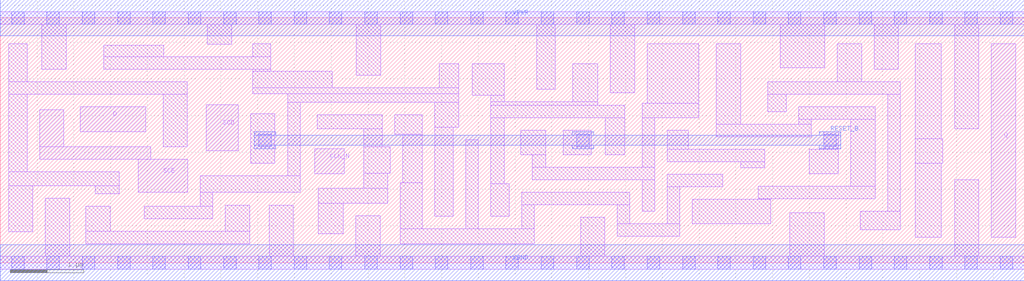
<source format=lef>
# Copyright 2020 The SkyWater PDK Authors
#
# Licensed under the Apache License, Version 2.0 (the "License");
# you may not use this file except in compliance with the License.
# You may obtain a copy of the License at
#
#     https://www.apache.org/licenses/LICENSE-2.0
#
# Unless required by applicable law or agreed to in writing, software
# distributed under the License is distributed on an "AS IS" BASIS,
# WITHOUT WARRANTIES OR CONDITIONS OF ANY KIND, either express or implied.
# See the License for the specific language governing permissions and
# limitations under the License.
#
# SPDX-License-Identifier: Apache-2.0

VERSION 5.7 ;
  NAMESCASESENSITIVE ON ;
  NOWIREEXTENSIONATPIN ON ;
  DIVIDERCHAR "/" ;
  BUSBITCHARS "[]" ;
UNITS
  DATABASE MICRONS 200 ;
END UNITS
MACRO sky130_fd_sc_ms__sdfrtn_1
  CLASS CORE ;
  FOREIGN sky130_fd_sc_ms__sdfrtn_1 ;
  ORIGIN  0.000000  0.000000 ;
  SIZE  13.92000 BY  3.330000 ;
  SYMMETRY X Y R90 ;
  SITE unit ;
  PIN D
    ANTENNAGATEAREA  0.178200 ;
    DIRECTION INPUT ;
    USE SIGNAL ;
    PORT
      LAYER li1 ;
        RECT 1.085000 1.780000 1.980000 2.120000 ;
    END
  END D
  PIN Q
    ANTENNADIFFAREA  0.530100 ;
    DIRECTION OUTPUT ;
    USE SIGNAL ;
    PORT
      LAYER li1 ;
        RECT 13.475000 0.350000 13.805000 2.980000 ;
    END
  END Q
  PIN RESET_B
    ANTENNAGATEAREA  0.455400 ;
    DIRECTION INPUT ;
    USE SIGNAL ;
    PORT
      LAYER met1 ;
        RECT  3.455000 1.550000  3.745000 1.595000 ;
        RECT  3.455000 1.595000 11.425000 1.735000 ;
        RECT  3.455000 1.735000  3.745000 1.780000 ;
        RECT  7.775000 1.550000  8.065000 1.595000 ;
        RECT  7.775000 1.735000  8.065000 1.780000 ;
        RECT 11.135000 1.550000 11.425000 1.595000 ;
        RECT 11.135000 1.735000 11.425000 1.780000 ;
    END
  END RESET_B
  PIN SCD
    ANTENNAGATEAREA  0.178200 ;
    DIRECTION INPUT ;
    USE SIGNAL ;
    PORT
      LAYER li1 ;
        RECT 2.800000 1.525000 3.235000 2.150000 ;
    END
  END SCD
  PIN SCE
    ANTENNAGATEAREA  0.356400 ;
    DIRECTION INPUT ;
    USE SIGNAL ;
    PORT
      LAYER li1 ;
        RECT 0.535000 1.410000 2.045000 1.580000 ;
        RECT 0.535000 1.580000 0.865000 2.080000 ;
        RECT 1.875000 0.955000 2.550000 1.410000 ;
    END
  END SCE
  PIN CLK_N
    ANTENNAGATEAREA  0.291000 ;
    DIRECTION INPUT ;
    USE CLOCK ;
    PORT
      LAYER li1 ;
        RECT 4.275000 1.210000 4.675000 1.550000 ;
    END
  END CLK_N
  PIN VGND
    DIRECTION INOUT ;
    USE GROUND ;
    PORT
      LAYER met1 ;
        RECT 0.000000 -0.245000 13.920000 0.245000 ;
    END
  END VGND
  PIN VPWR
    DIRECTION INOUT ;
    USE POWER ;
    PORT
      LAYER met1 ;
        RECT 0.000000 3.085000 13.920000 3.575000 ;
    END
  END VPWR
  OBS
    LAYER li1 ;
      RECT  0.000000 -0.085000 13.920000 0.085000 ;
      RECT  0.000000  3.245000 13.920000 3.415000 ;
      RECT  0.115000  0.420000  0.445000 1.050000 ;
      RECT  0.115000  1.050000  1.620000 1.240000 ;
      RECT  0.115000  1.240000  0.365000 2.290000 ;
      RECT  0.115000  2.290000  2.545000 2.460000 ;
      RECT  0.115000  2.460000  0.365000 2.980000 ;
      RECT  0.565000  2.630000  0.895000 3.245000 ;
      RECT  0.615000  0.085000  0.945000 0.880000 ;
      RECT  1.165000  0.255000  3.390000 0.425000 ;
      RECT  1.165000  0.425000  1.495000 0.765000 ;
      RECT  1.290000  0.935000  1.620000 1.050000 ;
      RECT  1.405000  2.630000  3.680000 2.800000 ;
      RECT  1.405000  2.800000  2.220000 2.960000 ;
      RECT  1.955000  0.595000  2.890000 0.765000 ;
      RECT  2.215000  1.580000  2.545000 2.290000 ;
      RECT  2.720000  0.765000  2.890000 0.960000 ;
      RECT  2.720000  0.960000  4.075000 1.185000 ;
      RECT  2.815000  2.970000  3.145000 3.245000 ;
      RECT  3.060000  0.425000  3.390000 0.780000 ;
      RECT  3.405000  1.355000  3.735000 2.025000 ;
      RECT  3.430000  2.300000  6.235000 2.380000 ;
      RECT  3.430000  2.380000  4.515000 2.600000 ;
      RECT  3.430000  2.600000  3.680000 2.630000 ;
      RECT  3.430000  2.800000  3.680000 2.980000 ;
      RECT  3.655000  0.085000  3.985000 0.780000 ;
      RECT  3.905000  1.185000  4.075000 2.180000 ;
      RECT  3.905000  2.180000  6.235000 2.300000 ;
      RECT  4.310000  1.820000  5.190000 2.010000 ;
      RECT  4.325000  0.395000  4.660000 0.810000 ;
      RECT  4.325000  0.810000  5.270000 1.010000 ;
      RECT  4.835000  0.085000  5.165000 0.640000 ;
      RECT  4.840000  2.550000  5.170000 3.245000 ;
      RECT  4.940000  1.010000  5.270000 1.220000 ;
      RECT  4.940000  1.220000  5.300000 1.575000 ;
      RECT  4.940000  1.575000  5.190000 1.820000 ;
      RECT  5.360000  1.745000  5.735000 2.010000 ;
      RECT  5.440000  0.255000  7.260000 0.465000 ;
      RECT  5.440000  0.465000  5.735000 1.090000 ;
      RECT  5.470000  1.090000  5.735000 1.745000 ;
      RECT  5.910000  0.635000  6.160000 1.840000 ;
      RECT  5.910000  1.840000  6.235000 2.180000 ;
      RECT  5.965000  2.380000  6.235000 2.705000 ;
      RECT  6.330000  0.465000  6.500000 1.670000 ;
      RECT  6.415000  2.275000  6.850000 2.705000 ;
      RECT  6.670000  0.635000  6.920000 1.075000 ;
      RECT  6.670000  1.075000  6.850000 1.970000 ;
      RECT  6.670000  1.970000  8.490000 2.140000 ;
      RECT  6.670000  2.140000  8.125000 2.190000 ;
      RECT  6.670000  2.190000  6.850000 2.275000 ;
      RECT  7.075000  1.470000  7.415000 1.800000 ;
      RECT  7.090000  0.465000  7.260000 0.790000 ;
      RECT  7.090000  0.790000  8.560000 0.960000 ;
      RECT  7.235000  1.130000  8.900000 1.300000 ;
      RECT  7.235000  1.300000  7.415000 1.470000 ;
      RECT  7.295000  2.360000  7.545000 3.245000 ;
      RECT  7.655000  1.470000  8.035000 1.800000 ;
      RECT  7.785000  2.190000  8.125000 2.705000 ;
      RECT  7.890000  0.085000  8.220000 0.620000 ;
      RECT  8.225000  1.470000  8.490000 1.970000 ;
      RECT  8.295000  2.310000  8.625000 3.245000 ;
      RECT  8.390000  0.360000  9.240000 0.530000 ;
      RECT  8.390000  0.530000  8.560000 0.790000 ;
      RECT  8.730000  0.700000  8.900000 1.130000 ;
      RECT  8.730000  1.300000  8.900000 1.970000 ;
      RECT  8.730000  1.970000  9.495000 2.165000 ;
      RECT  8.795000  2.165000  9.495000 2.980000 ;
      RECT  9.070000  0.530000  9.240000 1.030000 ;
      RECT  9.070000  1.030000  9.825000 1.200000 ;
      RECT  9.070000  1.370000 10.395000 1.540000 ;
      RECT  9.070000  1.540000  9.350000 1.800000 ;
      RECT  9.410000  0.530000 10.475000 0.860000 ;
      RECT  9.735000  1.710000 11.025000 1.880000 ;
      RECT  9.735000  1.880000 10.065000 2.980000 ;
      RECT 10.065000  1.290000 10.395000 1.370000 ;
      RECT 10.305000  0.860000 10.475000 0.870000 ;
      RECT 10.305000  0.870000 11.895000 1.040000 ;
      RECT 10.435000  2.050000 10.685000 2.290000 ;
      RECT 10.435000  2.290000 12.235000 2.460000 ;
      RECT 10.605000  2.650000 11.210000 3.245000 ;
      RECT 10.730000  0.085000 11.200000 0.680000 ;
      RECT 10.855000  1.880000 11.025000 1.950000 ;
      RECT 10.855000  1.950000 11.895000 2.120000 ;
      RECT 10.995000  1.210000 11.395000 1.540000 ;
      RECT 11.195000  1.540000 11.395000 1.780000 ;
      RECT 11.380000  2.460000 11.710000 2.980000 ;
      RECT 11.565000  1.040000 11.895000 1.950000 ;
      RECT 11.690000  0.450000 12.235000 0.700000 ;
      RECT 11.880000  2.630000 12.210000 3.245000 ;
      RECT 12.065000  0.700000 12.235000 2.290000 ;
      RECT 12.440000  0.350000 12.795000 1.355000 ;
      RECT 12.440000  1.355000 12.810000 1.685000 ;
      RECT 12.440000  1.685000 12.795000 2.980000 ;
      RECT 12.975000  0.085000 13.305000 1.130000 ;
      RECT 12.975000  1.820000 13.305000 3.245000 ;
    LAYER mcon ;
      RECT  0.155000 -0.085000  0.325000 0.085000 ;
      RECT  0.155000  3.245000  0.325000 3.415000 ;
      RECT  0.635000 -0.085000  0.805000 0.085000 ;
      RECT  0.635000  3.245000  0.805000 3.415000 ;
      RECT  1.115000 -0.085000  1.285000 0.085000 ;
      RECT  1.115000  3.245000  1.285000 3.415000 ;
      RECT  1.595000 -0.085000  1.765000 0.085000 ;
      RECT  1.595000  3.245000  1.765000 3.415000 ;
      RECT  2.075000 -0.085000  2.245000 0.085000 ;
      RECT  2.075000  3.245000  2.245000 3.415000 ;
      RECT  2.555000 -0.085000  2.725000 0.085000 ;
      RECT  2.555000  3.245000  2.725000 3.415000 ;
      RECT  3.035000 -0.085000  3.205000 0.085000 ;
      RECT  3.035000  3.245000  3.205000 3.415000 ;
      RECT  3.515000 -0.085000  3.685000 0.085000 ;
      RECT  3.515000  1.580000  3.685000 1.750000 ;
      RECT  3.515000  3.245000  3.685000 3.415000 ;
      RECT  3.995000 -0.085000  4.165000 0.085000 ;
      RECT  3.995000  3.245000  4.165000 3.415000 ;
      RECT  4.475000 -0.085000  4.645000 0.085000 ;
      RECT  4.475000  3.245000  4.645000 3.415000 ;
      RECT  4.955000 -0.085000  5.125000 0.085000 ;
      RECT  4.955000  3.245000  5.125000 3.415000 ;
      RECT  5.435000 -0.085000  5.605000 0.085000 ;
      RECT  5.435000  3.245000  5.605000 3.415000 ;
      RECT  5.915000 -0.085000  6.085000 0.085000 ;
      RECT  5.915000  3.245000  6.085000 3.415000 ;
      RECT  6.395000 -0.085000  6.565000 0.085000 ;
      RECT  6.395000  3.245000  6.565000 3.415000 ;
      RECT  6.875000 -0.085000  7.045000 0.085000 ;
      RECT  6.875000  3.245000  7.045000 3.415000 ;
      RECT  7.355000 -0.085000  7.525000 0.085000 ;
      RECT  7.355000  3.245000  7.525000 3.415000 ;
      RECT  7.835000 -0.085000  8.005000 0.085000 ;
      RECT  7.835000  1.580000  8.005000 1.750000 ;
      RECT  7.835000  3.245000  8.005000 3.415000 ;
      RECT  8.315000 -0.085000  8.485000 0.085000 ;
      RECT  8.315000  3.245000  8.485000 3.415000 ;
      RECT  8.795000 -0.085000  8.965000 0.085000 ;
      RECT  8.795000  3.245000  8.965000 3.415000 ;
      RECT  9.275000 -0.085000  9.445000 0.085000 ;
      RECT  9.275000  3.245000  9.445000 3.415000 ;
      RECT  9.755000 -0.085000  9.925000 0.085000 ;
      RECT  9.755000  3.245000  9.925000 3.415000 ;
      RECT 10.235000 -0.085000 10.405000 0.085000 ;
      RECT 10.235000  3.245000 10.405000 3.415000 ;
      RECT 10.715000 -0.085000 10.885000 0.085000 ;
      RECT 10.715000  3.245000 10.885000 3.415000 ;
      RECT 11.195000 -0.085000 11.365000 0.085000 ;
      RECT 11.195000  1.580000 11.365000 1.750000 ;
      RECT 11.195000  3.245000 11.365000 3.415000 ;
      RECT 11.675000 -0.085000 11.845000 0.085000 ;
      RECT 11.675000  3.245000 11.845000 3.415000 ;
      RECT 12.155000 -0.085000 12.325000 0.085000 ;
      RECT 12.155000  3.245000 12.325000 3.415000 ;
      RECT 12.635000 -0.085000 12.805000 0.085000 ;
      RECT 12.635000  3.245000 12.805000 3.415000 ;
      RECT 13.115000 -0.085000 13.285000 0.085000 ;
      RECT 13.115000  3.245000 13.285000 3.415000 ;
      RECT 13.595000 -0.085000 13.765000 0.085000 ;
      RECT 13.595000  3.245000 13.765000 3.415000 ;
  END
END sky130_fd_sc_ms__sdfrtn_1
END LIBRARY

</source>
